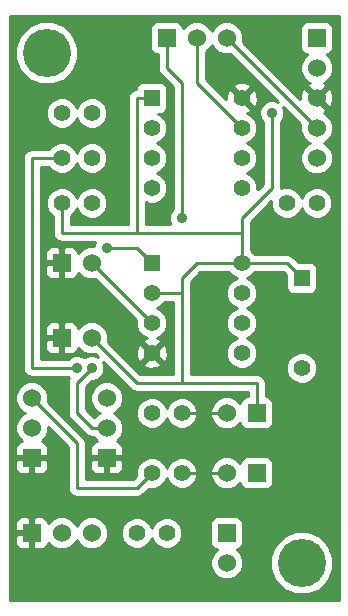
<source format=gbl>
G04 (created by PCBNEW (2013-07-07 BZR 4022)-stable) date 5/14/2015 10:53:47 PM*
%MOIN*%
G04 Gerber Fmt 3.4, Leading zero omitted, Abs format*
%FSLAX34Y34*%
G01*
G70*
G90*
G04 APERTURE LIST*
%ADD10C,0.00590551*%
%ADD11C,0.055*%
%ADD12R,0.06X0.06*%
%ADD13C,0.06*%
%ADD14R,0.055X0.055*%
%ADD15C,0.16*%
%ADD16C,0.035*%
%ADD17C,0.01*%
G04 APERTURE END LIST*
G54D10*
G54D11*
X72000Y-46500D03*
X71000Y-46500D03*
X69000Y-38000D03*
X68000Y-38000D03*
X69000Y-36500D03*
X68000Y-36500D03*
X75500Y-39500D03*
X76500Y-39500D03*
X69000Y-39500D03*
X68000Y-39500D03*
X72000Y-48500D03*
X71000Y-48500D03*
X71500Y-50500D03*
X70500Y-50500D03*
G54D12*
X76500Y-34000D03*
G54D13*
X76500Y-35000D03*
X76500Y-36000D03*
X76500Y-37000D03*
X76500Y-38000D03*
G54D12*
X67000Y-48000D03*
G54D13*
X67000Y-47000D03*
X67000Y-46000D03*
G54D12*
X69500Y-48000D03*
G54D13*
X69500Y-47000D03*
X69500Y-46000D03*
G54D12*
X67000Y-50500D03*
G54D13*
X68000Y-50500D03*
X69000Y-50500D03*
G54D12*
X74500Y-46500D03*
G54D13*
X73500Y-46500D03*
G54D12*
X74500Y-48500D03*
G54D13*
X73500Y-48500D03*
G54D12*
X73500Y-50500D03*
G54D13*
X73500Y-51500D03*
G54D12*
X68000Y-41500D03*
G54D13*
X69000Y-41500D03*
G54D12*
X68000Y-44000D03*
G54D13*
X69000Y-44000D03*
G54D14*
X71000Y-41500D03*
G54D11*
X71000Y-42500D03*
X71000Y-43500D03*
X71000Y-44500D03*
X74000Y-44500D03*
X74000Y-43500D03*
X74000Y-42500D03*
X74000Y-41500D03*
G54D14*
X71000Y-36000D03*
G54D11*
X71000Y-37000D03*
X71000Y-38000D03*
X71000Y-39000D03*
X74000Y-39000D03*
X74000Y-38000D03*
X74000Y-37000D03*
X74000Y-36000D03*
G54D14*
X76000Y-42000D03*
G54D11*
X76000Y-45000D03*
G54D15*
X67500Y-34500D03*
X76000Y-51500D03*
G54D12*
X71500Y-34000D03*
G54D13*
X72500Y-34000D03*
X73500Y-34000D03*
G54D16*
X69500Y-41000D03*
X72000Y-40000D03*
X69000Y-45000D03*
X68500Y-45000D03*
X75000Y-36500D03*
G54D17*
X69500Y-41000D02*
X70500Y-41000D01*
X71500Y-34000D02*
X71500Y-35000D01*
X72000Y-35500D02*
X72000Y-40000D01*
X71500Y-35000D02*
X72000Y-35500D01*
X70500Y-41000D02*
X71000Y-41500D01*
X72500Y-34000D02*
X72500Y-35500D01*
X72500Y-35500D02*
X74000Y-37000D01*
X72000Y-48500D02*
X73500Y-48500D01*
X69000Y-41500D02*
X71000Y-43500D01*
X67000Y-46000D02*
X68500Y-47500D01*
X70500Y-49000D02*
X71000Y-48500D01*
X68500Y-49000D02*
X70500Y-49000D01*
X68500Y-47500D02*
X68500Y-49000D01*
X72000Y-46500D02*
X73500Y-46500D01*
X69000Y-45000D02*
X68500Y-45500D01*
X69000Y-47000D02*
X69500Y-47000D01*
X68500Y-46500D02*
X69000Y-47000D01*
X68500Y-45500D02*
X68500Y-46500D01*
X68000Y-38000D02*
X67000Y-38000D01*
X67000Y-45000D02*
X68500Y-45000D01*
X67000Y-38000D02*
X67000Y-45000D01*
X73500Y-34000D02*
X76500Y-37000D01*
X71000Y-36000D02*
X70500Y-36000D01*
X70500Y-36000D02*
X70500Y-40500D01*
X75000Y-36500D02*
X75000Y-39000D01*
X74000Y-40000D02*
X74000Y-40500D01*
X75000Y-39000D02*
X74000Y-40000D01*
X74000Y-41500D02*
X75500Y-41500D01*
X75500Y-41500D02*
X76000Y-42000D01*
X72000Y-42500D02*
X72000Y-42000D01*
X72500Y-41500D02*
X74000Y-41500D01*
X72000Y-42000D02*
X72500Y-41500D01*
X71000Y-42500D02*
X72000Y-42500D01*
X72000Y-42500D02*
X72000Y-45500D01*
X74500Y-46500D02*
X74500Y-45500D01*
X70500Y-45500D02*
X72000Y-45500D01*
X72000Y-45500D02*
X74500Y-45500D01*
X70500Y-45500D02*
X69000Y-44000D01*
X68000Y-39500D02*
X68000Y-40500D01*
X68000Y-40500D02*
X70500Y-40500D01*
X70500Y-40500D02*
X74000Y-40500D01*
X74000Y-40500D02*
X74000Y-41500D01*
G54D10*
G36*
X75197Y-36121D02*
X75084Y-36075D01*
X74915Y-36074D01*
X74759Y-36139D01*
X74639Y-36258D01*
X74575Y-36415D01*
X74574Y-36584D01*
X74639Y-36740D01*
X74700Y-36801D01*
X74700Y-38875D01*
X74529Y-39045D01*
X74529Y-36075D01*
X74518Y-35867D01*
X74460Y-35727D01*
X74367Y-35702D01*
X74297Y-35773D01*
X74297Y-35632D01*
X74272Y-35539D01*
X74075Y-35470D01*
X73867Y-35481D01*
X73727Y-35539D01*
X73702Y-35632D01*
X74000Y-35929D01*
X74297Y-35632D01*
X74297Y-35773D01*
X74070Y-36000D01*
X74367Y-36297D01*
X74460Y-36272D01*
X74529Y-36075D01*
X74529Y-39045D01*
X74524Y-39050D01*
X74525Y-38896D01*
X74445Y-38703D01*
X74297Y-38555D01*
X74164Y-38499D01*
X74297Y-38445D01*
X74444Y-38297D01*
X74524Y-38104D01*
X74525Y-37896D01*
X74445Y-37703D01*
X74297Y-37555D01*
X74164Y-37499D01*
X74297Y-37445D01*
X74444Y-37297D01*
X74524Y-37104D01*
X74525Y-36896D01*
X74445Y-36703D01*
X74297Y-36555D01*
X74171Y-36502D01*
X74272Y-36460D01*
X74297Y-36367D01*
X74000Y-36070D01*
X73994Y-36076D01*
X73923Y-36005D01*
X73929Y-36000D01*
X73632Y-35702D01*
X73539Y-35727D01*
X73470Y-35924D01*
X73477Y-36052D01*
X72800Y-35375D01*
X72800Y-34471D01*
X72811Y-34466D01*
X72965Y-34311D01*
X72999Y-34230D01*
X73033Y-34311D01*
X73188Y-34465D01*
X73390Y-34549D01*
X73608Y-34550D01*
X73620Y-34545D01*
X75197Y-36121D01*
X75197Y-36121D01*
G37*
G54D17*
X75197Y-36121D02*
X75084Y-36075D01*
X74915Y-36074D01*
X74759Y-36139D01*
X74639Y-36258D01*
X74575Y-36415D01*
X74574Y-36584D01*
X74639Y-36740D01*
X74700Y-36801D01*
X74700Y-38875D01*
X74529Y-39045D01*
X74529Y-36075D01*
X74518Y-35867D01*
X74460Y-35727D01*
X74367Y-35702D01*
X74297Y-35773D01*
X74297Y-35632D01*
X74272Y-35539D01*
X74075Y-35470D01*
X73867Y-35481D01*
X73727Y-35539D01*
X73702Y-35632D01*
X74000Y-35929D01*
X74297Y-35632D01*
X74297Y-35773D01*
X74070Y-36000D01*
X74367Y-36297D01*
X74460Y-36272D01*
X74529Y-36075D01*
X74529Y-39045D01*
X74524Y-39050D01*
X74525Y-38896D01*
X74445Y-38703D01*
X74297Y-38555D01*
X74164Y-38499D01*
X74297Y-38445D01*
X74444Y-38297D01*
X74524Y-38104D01*
X74525Y-37896D01*
X74445Y-37703D01*
X74297Y-37555D01*
X74164Y-37499D01*
X74297Y-37445D01*
X74444Y-37297D01*
X74524Y-37104D01*
X74525Y-36896D01*
X74445Y-36703D01*
X74297Y-36555D01*
X74171Y-36502D01*
X74272Y-36460D01*
X74297Y-36367D01*
X74000Y-36070D01*
X73994Y-36076D01*
X73923Y-36005D01*
X73929Y-36000D01*
X73632Y-35702D01*
X73539Y-35727D01*
X73470Y-35924D01*
X73477Y-36052D01*
X72800Y-35375D01*
X72800Y-34471D01*
X72811Y-34466D01*
X72965Y-34311D01*
X72999Y-34230D01*
X73033Y-34311D01*
X73188Y-34465D01*
X73390Y-34549D01*
X73608Y-34550D01*
X73620Y-34545D01*
X75197Y-36121D01*
G54D10*
G36*
X77230Y-52730D02*
X77054Y-52730D01*
X77054Y-36081D01*
X77050Y-35988D01*
X77050Y-34891D01*
X76966Y-34688D01*
X76827Y-34550D01*
X76849Y-34550D01*
X76941Y-34512D01*
X77011Y-34441D01*
X77049Y-34349D01*
X77050Y-34250D01*
X77050Y-33650D01*
X77012Y-33558D01*
X76941Y-33488D01*
X76849Y-33450D01*
X76750Y-33449D01*
X76150Y-33449D01*
X76058Y-33487D01*
X75988Y-33558D01*
X75950Y-33650D01*
X75949Y-33749D01*
X75949Y-34349D01*
X75987Y-34441D01*
X76058Y-34511D01*
X76150Y-34549D01*
X76172Y-34549D01*
X76034Y-34688D01*
X75950Y-34890D01*
X75949Y-35108D01*
X76033Y-35311D01*
X76188Y-35465D01*
X76263Y-35497D01*
X76212Y-35518D01*
X76184Y-35614D01*
X76500Y-35929D01*
X76815Y-35614D01*
X76787Y-35518D01*
X76732Y-35499D01*
X76811Y-35466D01*
X76965Y-35311D01*
X77049Y-35109D01*
X77050Y-34891D01*
X77050Y-35988D01*
X77043Y-35863D01*
X76981Y-35712D01*
X76885Y-35684D01*
X76570Y-36000D01*
X76885Y-36315D01*
X76981Y-36287D01*
X77054Y-36081D01*
X77054Y-52730D01*
X77050Y-52730D01*
X77050Y-51292D01*
X77050Y-51291D01*
X77050Y-37891D01*
X76966Y-37688D01*
X76811Y-37534D01*
X76730Y-37500D01*
X76811Y-37466D01*
X76965Y-37311D01*
X77049Y-37109D01*
X77050Y-36891D01*
X76966Y-36688D01*
X76811Y-36534D01*
X76736Y-36502D01*
X76787Y-36481D01*
X76815Y-36385D01*
X76500Y-36070D01*
X76494Y-36076D01*
X76423Y-36005D01*
X76429Y-36000D01*
X76114Y-35684D01*
X76018Y-35712D01*
X75945Y-35918D01*
X75950Y-36026D01*
X74045Y-34121D01*
X74049Y-34109D01*
X74050Y-33891D01*
X73966Y-33688D01*
X73811Y-33534D01*
X73609Y-33450D01*
X73391Y-33449D01*
X73188Y-33533D01*
X73034Y-33688D01*
X73000Y-33769D01*
X72966Y-33688D01*
X72811Y-33534D01*
X72609Y-33450D01*
X72391Y-33449D01*
X72188Y-33533D01*
X72050Y-33672D01*
X72050Y-33650D01*
X72012Y-33558D01*
X71941Y-33488D01*
X71849Y-33450D01*
X71750Y-33449D01*
X71150Y-33449D01*
X71058Y-33487D01*
X70988Y-33558D01*
X70950Y-33650D01*
X70949Y-33749D01*
X70949Y-34349D01*
X70987Y-34441D01*
X71058Y-34511D01*
X71150Y-34549D01*
X71200Y-34549D01*
X71200Y-35000D01*
X71222Y-35114D01*
X71287Y-35212D01*
X71700Y-35624D01*
X71700Y-39698D01*
X71639Y-39758D01*
X71575Y-39915D01*
X71574Y-40084D01*
X71622Y-40200D01*
X70800Y-40200D01*
X70800Y-39485D01*
X70895Y-39524D01*
X71103Y-39525D01*
X71297Y-39445D01*
X71444Y-39297D01*
X71524Y-39104D01*
X71525Y-38896D01*
X71445Y-38703D01*
X71297Y-38555D01*
X71164Y-38499D01*
X71297Y-38445D01*
X71444Y-38297D01*
X71524Y-38104D01*
X71525Y-37896D01*
X71445Y-37703D01*
X71297Y-37555D01*
X71164Y-37499D01*
X71297Y-37445D01*
X71444Y-37297D01*
X71524Y-37104D01*
X71525Y-36896D01*
X71445Y-36703D01*
X71297Y-36555D01*
X71225Y-36525D01*
X71324Y-36525D01*
X71416Y-36487D01*
X71486Y-36416D01*
X71524Y-36324D01*
X71525Y-36225D01*
X71525Y-35675D01*
X71487Y-35583D01*
X71416Y-35513D01*
X71324Y-35475D01*
X71225Y-35474D01*
X70675Y-35474D01*
X70583Y-35512D01*
X70513Y-35583D01*
X70475Y-35675D01*
X70475Y-35704D01*
X70385Y-35722D01*
X70287Y-35787D01*
X70222Y-35885D01*
X70200Y-36000D01*
X70200Y-40200D01*
X68300Y-40200D01*
X68300Y-39942D01*
X68444Y-39797D01*
X68500Y-39664D01*
X68554Y-39797D01*
X68702Y-39944D01*
X68895Y-40024D01*
X69103Y-40025D01*
X69297Y-39945D01*
X69444Y-39797D01*
X69524Y-39604D01*
X69525Y-39396D01*
X69445Y-39203D01*
X69297Y-39055D01*
X69104Y-38975D01*
X68896Y-38974D01*
X68703Y-39054D01*
X68555Y-39202D01*
X68499Y-39335D01*
X68445Y-39203D01*
X68297Y-39055D01*
X68104Y-38975D01*
X67896Y-38974D01*
X67703Y-39054D01*
X67555Y-39202D01*
X67475Y-39395D01*
X67474Y-39603D01*
X67554Y-39797D01*
X67700Y-39942D01*
X67700Y-40500D01*
X67722Y-40614D01*
X67787Y-40712D01*
X67885Y-40777D01*
X68000Y-40800D01*
X69122Y-40800D01*
X69075Y-40915D01*
X69075Y-40950D01*
X68891Y-40949D01*
X68688Y-41033D01*
X68549Y-41172D01*
X68549Y-41150D01*
X68511Y-41058D01*
X68441Y-40987D01*
X68349Y-40949D01*
X68112Y-40950D01*
X68050Y-41012D01*
X68050Y-41450D01*
X68057Y-41450D01*
X68057Y-41550D01*
X68050Y-41550D01*
X68050Y-41987D01*
X68112Y-42050D01*
X68349Y-42050D01*
X68441Y-42012D01*
X68511Y-41941D01*
X68549Y-41849D01*
X68549Y-41827D01*
X68688Y-41965D01*
X68890Y-42049D01*
X69108Y-42050D01*
X69120Y-42045D01*
X70475Y-43399D01*
X70474Y-43603D01*
X70554Y-43797D01*
X70702Y-43944D01*
X70828Y-43997D01*
X70727Y-44039D01*
X70702Y-44132D01*
X71000Y-44429D01*
X71297Y-44132D01*
X71272Y-44039D01*
X71162Y-44000D01*
X71297Y-43945D01*
X71444Y-43797D01*
X71524Y-43604D01*
X71525Y-43396D01*
X71445Y-43203D01*
X71297Y-43055D01*
X71164Y-42999D01*
X71297Y-42945D01*
X71442Y-42800D01*
X71700Y-42800D01*
X71700Y-45200D01*
X71529Y-45200D01*
X71529Y-44575D01*
X71518Y-44367D01*
X71460Y-44227D01*
X71367Y-44202D01*
X71070Y-44500D01*
X71367Y-44797D01*
X71460Y-44772D01*
X71529Y-44575D01*
X71529Y-45200D01*
X71297Y-45200D01*
X71297Y-44867D01*
X71000Y-44570D01*
X70929Y-44641D01*
X70929Y-44500D01*
X70632Y-44202D01*
X70539Y-44227D01*
X70470Y-44424D01*
X70481Y-44632D01*
X70539Y-44772D01*
X70632Y-44797D01*
X70929Y-44500D01*
X70929Y-44641D01*
X70702Y-44867D01*
X70727Y-44960D01*
X70924Y-45029D01*
X71132Y-45018D01*
X71272Y-44960D01*
X71297Y-44867D01*
X71297Y-45200D01*
X70624Y-45200D01*
X69545Y-44121D01*
X69549Y-44109D01*
X69550Y-43891D01*
X69466Y-43688D01*
X69311Y-43534D01*
X69109Y-43450D01*
X68891Y-43449D01*
X68688Y-43533D01*
X68549Y-43672D01*
X68549Y-43650D01*
X68511Y-43558D01*
X68441Y-43487D01*
X68349Y-43449D01*
X68112Y-43450D01*
X68050Y-43512D01*
X68050Y-43950D01*
X68057Y-43950D01*
X68057Y-44050D01*
X68050Y-44050D01*
X68050Y-44487D01*
X68112Y-44550D01*
X68349Y-44550D01*
X68441Y-44512D01*
X68511Y-44441D01*
X68549Y-44349D01*
X68549Y-44327D01*
X68688Y-44465D01*
X68890Y-44549D01*
X69108Y-44550D01*
X69120Y-44545D01*
X69197Y-44621D01*
X69084Y-44575D01*
X68915Y-44574D01*
X68759Y-44639D01*
X68750Y-44648D01*
X68741Y-44639D01*
X68584Y-44575D01*
X68415Y-44574D01*
X68259Y-44639D01*
X68198Y-44700D01*
X67950Y-44700D01*
X67950Y-44487D01*
X67950Y-44050D01*
X67950Y-43950D01*
X67950Y-43512D01*
X67950Y-41987D01*
X67950Y-41550D01*
X67950Y-41450D01*
X67950Y-41012D01*
X67887Y-40950D01*
X67650Y-40949D01*
X67558Y-40987D01*
X67488Y-41058D01*
X67450Y-41150D01*
X67449Y-41249D01*
X67450Y-41387D01*
X67512Y-41450D01*
X67950Y-41450D01*
X67950Y-41550D01*
X67512Y-41550D01*
X67450Y-41612D01*
X67449Y-41750D01*
X67450Y-41849D01*
X67488Y-41941D01*
X67558Y-42012D01*
X67650Y-42050D01*
X67887Y-42050D01*
X67950Y-41987D01*
X67950Y-43512D01*
X67887Y-43450D01*
X67650Y-43449D01*
X67558Y-43487D01*
X67488Y-43558D01*
X67450Y-43650D01*
X67449Y-43749D01*
X67450Y-43887D01*
X67512Y-43950D01*
X67950Y-43950D01*
X67950Y-44050D01*
X67512Y-44050D01*
X67450Y-44112D01*
X67449Y-44250D01*
X67450Y-44349D01*
X67488Y-44441D01*
X67558Y-44512D01*
X67650Y-44550D01*
X67887Y-44550D01*
X67950Y-44487D01*
X67950Y-44700D01*
X67300Y-44700D01*
X67300Y-38300D01*
X67557Y-38300D01*
X67702Y-38444D01*
X67895Y-38524D01*
X68103Y-38525D01*
X68297Y-38445D01*
X68444Y-38297D01*
X68500Y-38164D01*
X68554Y-38297D01*
X68702Y-38444D01*
X68895Y-38524D01*
X69103Y-38525D01*
X69297Y-38445D01*
X69444Y-38297D01*
X69524Y-38104D01*
X69525Y-37896D01*
X69525Y-36396D01*
X69445Y-36203D01*
X69297Y-36055D01*
X69104Y-35975D01*
X68896Y-35974D01*
X68703Y-36054D01*
X68555Y-36202D01*
X68550Y-36214D01*
X68550Y-34292D01*
X68390Y-33906D01*
X68095Y-33610D01*
X67709Y-33450D01*
X67292Y-33449D01*
X66906Y-33609D01*
X66610Y-33904D01*
X66450Y-34290D01*
X66449Y-34707D01*
X66609Y-35094D01*
X66904Y-35389D01*
X67290Y-35549D01*
X67707Y-35550D01*
X68094Y-35390D01*
X68389Y-35095D01*
X68549Y-34709D01*
X68550Y-34292D01*
X68550Y-36214D01*
X68499Y-36335D01*
X68445Y-36203D01*
X68297Y-36055D01*
X68104Y-35975D01*
X67896Y-35974D01*
X67703Y-36054D01*
X67555Y-36202D01*
X67475Y-36395D01*
X67474Y-36603D01*
X67554Y-36797D01*
X67702Y-36944D01*
X67895Y-37024D01*
X68103Y-37025D01*
X68297Y-36945D01*
X68444Y-36797D01*
X68500Y-36664D01*
X68554Y-36797D01*
X68702Y-36944D01*
X68895Y-37024D01*
X69103Y-37025D01*
X69297Y-36945D01*
X69444Y-36797D01*
X69524Y-36604D01*
X69525Y-36396D01*
X69525Y-37896D01*
X69445Y-37703D01*
X69297Y-37555D01*
X69104Y-37475D01*
X68896Y-37474D01*
X68703Y-37554D01*
X68555Y-37702D01*
X68499Y-37835D01*
X68445Y-37703D01*
X68297Y-37555D01*
X68104Y-37475D01*
X67896Y-37474D01*
X67703Y-37554D01*
X67557Y-37700D01*
X67000Y-37700D01*
X66885Y-37722D01*
X66787Y-37787D01*
X66722Y-37885D01*
X66700Y-38000D01*
X66700Y-45000D01*
X66722Y-45114D01*
X66787Y-45212D01*
X66885Y-45277D01*
X67000Y-45300D01*
X68198Y-45300D01*
X68247Y-45348D01*
X68222Y-45385D01*
X68200Y-45500D01*
X68200Y-46500D01*
X68222Y-46614D01*
X68287Y-46712D01*
X68787Y-47212D01*
X68787Y-47212D01*
X68885Y-47277D01*
X69000Y-47300D01*
X69028Y-47300D01*
X69033Y-47311D01*
X69172Y-47450D01*
X69150Y-47450D01*
X69058Y-47488D01*
X68987Y-47558D01*
X68949Y-47650D01*
X68950Y-47887D01*
X69012Y-47950D01*
X69450Y-47950D01*
X69450Y-47942D01*
X69550Y-47942D01*
X69550Y-47950D01*
X69987Y-47950D01*
X70050Y-47887D01*
X70050Y-47650D01*
X70012Y-47558D01*
X69941Y-47488D01*
X69849Y-47450D01*
X69827Y-47450D01*
X69965Y-47311D01*
X70049Y-47109D01*
X70050Y-46891D01*
X69966Y-46688D01*
X69811Y-46534D01*
X69730Y-46500D01*
X69811Y-46466D01*
X69965Y-46311D01*
X70049Y-46109D01*
X70050Y-45891D01*
X69966Y-45688D01*
X69811Y-45534D01*
X69609Y-45450D01*
X69391Y-45449D01*
X69188Y-45533D01*
X69034Y-45688D01*
X68950Y-45890D01*
X68949Y-46108D01*
X69033Y-46311D01*
X69188Y-46465D01*
X69269Y-46499D01*
X69188Y-46533D01*
X69073Y-46648D01*
X68800Y-46375D01*
X68800Y-45624D01*
X68999Y-45424D01*
X69084Y-45425D01*
X69240Y-45360D01*
X69360Y-45241D01*
X69424Y-45084D01*
X69425Y-44915D01*
X69378Y-44802D01*
X70287Y-45712D01*
X70287Y-45712D01*
X70385Y-45777D01*
X70500Y-45800D01*
X72000Y-45800D01*
X74200Y-45800D01*
X74200Y-45949D01*
X74150Y-45949D01*
X74058Y-45987D01*
X73988Y-46058D01*
X73950Y-46150D01*
X73950Y-46172D01*
X73811Y-46034D01*
X73609Y-45950D01*
X73391Y-45949D01*
X73188Y-46033D01*
X73034Y-46188D01*
X72950Y-46390D01*
X72949Y-46608D01*
X73033Y-46811D01*
X73188Y-46965D01*
X73390Y-47049D01*
X73608Y-47050D01*
X73811Y-46966D01*
X73949Y-46827D01*
X73949Y-46849D01*
X73987Y-46941D01*
X74058Y-47011D01*
X74150Y-47049D01*
X74249Y-47050D01*
X74849Y-47050D01*
X74941Y-47012D01*
X75011Y-46941D01*
X75049Y-46849D01*
X75050Y-46750D01*
X75050Y-46150D01*
X75012Y-46058D01*
X74941Y-45988D01*
X74849Y-45950D01*
X74800Y-45950D01*
X74800Y-45500D01*
X74777Y-45385D01*
X74712Y-45287D01*
X74614Y-45222D01*
X74500Y-45200D01*
X72300Y-45200D01*
X72300Y-42500D01*
X72300Y-42124D01*
X72624Y-41800D01*
X73557Y-41800D01*
X73702Y-41944D01*
X73835Y-42000D01*
X73703Y-42054D01*
X73555Y-42202D01*
X73475Y-42395D01*
X73474Y-42603D01*
X73554Y-42797D01*
X73702Y-42944D01*
X73835Y-43000D01*
X73703Y-43054D01*
X73555Y-43202D01*
X73475Y-43395D01*
X73474Y-43603D01*
X73554Y-43797D01*
X73702Y-43944D01*
X73835Y-44000D01*
X73703Y-44054D01*
X73555Y-44202D01*
X73475Y-44395D01*
X73474Y-44603D01*
X73554Y-44797D01*
X73702Y-44944D01*
X73895Y-45024D01*
X74103Y-45025D01*
X74297Y-44945D01*
X74444Y-44797D01*
X74524Y-44604D01*
X74525Y-44396D01*
X74445Y-44203D01*
X74297Y-44055D01*
X74164Y-43999D01*
X74297Y-43945D01*
X74444Y-43797D01*
X74524Y-43604D01*
X74525Y-43396D01*
X74445Y-43203D01*
X74297Y-43055D01*
X74164Y-42999D01*
X74297Y-42945D01*
X74444Y-42797D01*
X74524Y-42604D01*
X74525Y-42396D01*
X74445Y-42203D01*
X74297Y-42055D01*
X74164Y-41999D01*
X74297Y-41945D01*
X74442Y-41800D01*
X75375Y-41800D01*
X75474Y-41899D01*
X75474Y-42324D01*
X75512Y-42416D01*
X75583Y-42486D01*
X75675Y-42524D01*
X75774Y-42525D01*
X76324Y-42525D01*
X76416Y-42487D01*
X76486Y-42416D01*
X76524Y-42324D01*
X76525Y-42225D01*
X76525Y-41675D01*
X76487Y-41583D01*
X76416Y-41513D01*
X76324Y-41475D01*
X76225Y-41474D01*
X75899Y-41474D01*
X75712Y-41287D01*
X75614Y-41222D01*
X75500Y-41200D01*
X74442Y-41200D01*
X74300Y-41057D01*
X74300Y-40500D01*
X74300Y-40124D01*
X74975Y-39449D01*
X74974Y-39603D01*
X75054Y-39797D01*
X75202Y-39944D01*
X75395Y-40024D01*
X75603Y-40025D01*
X75797Y-39945D01*
X75944Y-39797D01*
X76000Y-39664D01*
X76054Y-39797D01*
X76202Y-39944D01*
X76395Y-40024D01*
X76603Y-40025D01*
X76797Y-39945D01*
X76944Y-39797D01*
X77024Y-39604D01*
X77025Y-39396D01*
X76945Y-39203D01*
X76797Y-39055D01*
X76604Y-38975D01*
X76396Y-38974D01*
X76203Y-39054D01*
X76055Y-39202D01*
X75999Y-39335D01*
X75945Y-39203D01*
X75797Y-39055D01*
X75604Y-38975D01*
X75396Y-38974D01*
X75296Y-39015D01*
X75299Y-39000D01*
X75300Y-39000D01*
X75300Y-36801D01*
X75360Y-36741D01*
X75424Y-36584D01*
X75425Y-36415D01*
X75378Y-36302D01*
X75954Y-36878D01*
X75950Y-36890D01*
X75949Y-37108D01*
X76033Y-37311D01*
X76188Y-37465D01*
X76269Y-37499D01*
X76188Y-37533D01*
X76034Y-37688D01*
X75950Y-37890D01*
X75949Y-38108D01*
X76033Y-38311D01*
X76188Y-38465D01*
X76390Y-38549D01*
X76608Y-38550D01*
X76811Y-38466D01*
X76965Y-38311D01*
X77049Y-38109D01*
X77050Y-37891D01*
X77050Y-51291D01*
X76890Y-50906D01*
X76595Y-50610D01*
X76525Y-50581D01*
X76525Y-44896D01*
X76445Y-44703D01*
X76297Y-44555D01*
X76104Y-44475D01*
X75896Y-44474D01*
X75703Y-44554D01*
X75555Y-44702D01*
X75475Y-44895D01*
X75474Y-45103D01*
X75554Y-45297D01*
X75702Y-45444D01*
X75895Y-45524D01*
X76103Y-45525D01*
X76297Y-45445D01*
X76444Y-45297D01*
X76524Y-45104D01*
X76525Y-44896D01*
X76525Y-50581D01*
X76209Y-50450D01*
X75792Y-50449D01*
X75406Y-50609D01*
X75110Y-50904D01*
X75050Y-51049D01*
X75050Y-48750D01*
X75050Y-48150D01*
X75012Y-48058D01*
X74941Y-47988D01*
X74849Y-47950D01*
X74750Y-47949D01*
X74150Y-47949D01*
X74058Y-47987D01*
X73988Y-48058D01*
X73950Y-48150D01*
X73950Y-48172D01*
X73811Y-48034D01*
X73609Y-47950D01*
X73391Y-47949D01*
X73188Y-48033D01*
X73034Y-48188D01*
X72950Y-48390D01*
X72949Y-48608D01*
X73033Y-48811D01*
X73188Y-48965D01*
X73390Y-49049D01*
X73608Y-49050D01*
X73811Y-48966D01*
X73949Y-48827D01*
X73949Y-48849D01*
X73987Y-48941D01*
X74058Y-49011D01*
X74150Y-49049D01*
X74249Y-49050D01*
X74849Y-49050D01*
X74941Y-49012D01*
X75011Y-48941D01*
X75049Y-48849D01*
X75050Y-48750D01*
X75050Y-51049D01*
X74950Y-51290D01*
X74949Y-51707D01*
X75109Y-52094D01*
X75404Y-52389D01*
X75790Y-52549D01*
X76207Y-52550D01*
X76594Y-52390D01*
X76889Y-52095D01*
X77049Y-51709D01*
X77050Y-51292D01*
X77050Y-52730D01*
X74050Y-52730D01*
X74050Y-51391D01*
X73966Y-51188D01*
X73827Y-51050D01*
X73849Y-51050D01*
X73941Y-51012D01*
X74011Y-50941D01*
X74049Y-50849D01*
X74050Y-50750D01*
X74050Y-50150D01*
X74012Y-50058D01*
X73941Y-49988D01*
X73849Y-49950D01*
X73750Y-49949D01*
X73150Y-49949D01*
X73058Y-49987D01*
X72988Y-50058D01*
X72950Y-50150D01*
X72949Y-50249D01*
X72949Y-50849D01*
X72987Y-50941D01*
X73058Y-51011D01*
X73150Y-51049D01*
X73172Y-51049D01*
X73034Y-51188D01*
X72950Y-51390D01*
X72949Y-51608D01*
X73033Y-51811D01*
X73188Y-51965D01*
X73390Y-52049D01*
X73608Y-52050D01*
X73811Y-51966D01*
X73965Y-51811D01*
X74049Y-51609D01*
X74050Y-51391D01*
X74050Y-52730D01*
X72525Y-52730D01*
X72525Y-48396D01*
X72525Y-46396D01*
X72445Y-46203D01*
X72297Y-46055D01*
X72104Y-45975D01*
X71896Y-45974D01*
X71703Y-46054D01*
X71555Y-46202D01*
X71499Y-46335D01*
X71445Y-46203D01*
X71297Y-46055D01*
X71104Y-45975D01*
X70896Y-45974D01*
X70703Y-46054D01*
X70555Y-46202D01*
X70475Y-46395D01*
X70474Y-46603D01*
X70554Y-46797D01*
X70702Y-46944D01*
X70895Y-47024D01*
X71103Y-47025D01*
X71297Y-46945D01*
X71444Y-46797D01*
X71500Y-46664D01*
X71554Y-46797D01*
X71702Y-46944D01*
X71895Y-47024D01*
X72103Y-47025D01*
X72297Y-46945D01*
X72444Y-46797D01*
X72524Y-46604D01*
X72525Y-46396D01*
X72525Y-48396D01*
X72445Y-48203D01*
X72297Y-48055D01*
X72104Y-47975D01*
X71896Y-47974D01*
X71703Y-48054D01*
X71555Y-48202D01*
X71499Y-48335D01*
X71445Y-48203D01*
X71297Y-48055D01*
X71104Y-47975D01*
X70896Y-47974D01*
X70703Y-48054D01*
X70555Y-48202D01*
X70475Y-48395D01*
X70474Y-48600D01*
X70375Y-48700D01*
X70050Y-48700D01*
X70050Y-48349D01*
X70050Y-48112D01*
X69987Y-48050D01*
X69550Y-48050D01*
X69550Y-48487D01*
X69612Y-48550D01*
X69750Y-48550D01*
X69849Y-48549D01*
X69941Y-48511D01*
X70012Y-48441D01*
X70050Y-48349D01*
X70050Y-48700D01*
X69450Y-48700D01*
X69450Y-48487D01*
X69450Y-48050D01*
X69012Y-48050D01*
X68950Y-48112D01*
X68949Y-48349D01*
X68987Y-48441D01*
X69058Y-48511D01*
X69150Y-48549D01*
X69249Y-48550D01*
X69387Y-48550D01*
X69450Y-48487D01*
X69450Y-48700D01*
X68800Y-48700D01*
X68800Y-47500D01*
X68777Y-47385D01*
X68712Y-47287D01*
X68712Y-47287D01*
X67545Y-46121D01*
X67549Y-46109D01*
X67550Y-45891D01*
X67466Y-45688D01*
X67311Y-45534D01*
X67109Y-45450D01*
X66891Y-45449D01*
X66688Y-45533D01*
X66534Y-45688D01*
X66450Y-45890D01*
X66449Y-46108D01*
X66533Y-46311D01*
X66688Y-46465D01*
X66769Y-46499D01*
X66688Y-46533D01*
X66534Y-46688D01*
X66450Y-46890D01*
X66449Y-47108D01*
X66533Y-47311D01*
X66672Y-47450D01*
X66650Y-47450D01*
X66558Y-47488D01*
X66487Y-47558D01*
X66449Y-47650D01*
X66450Y-47887D01*
X66512Y-47950D01*
X66950Y-47950D01*
X66950Y-47942D01*
X67050Y-47942D01*
X67050Y-47950D01*
X67487Y-47950D01*
X67550Y-47887D01*
X67550Y-47650D01*
X67512Y-47558D01*
X67441Y-47488D01*
X67349Y-47450D01*
X67327Y-47450D01*
X67465Y-47311D01*
X67549Y-47109D01*
X67550Y-46974D01*
X68200Y-47624D01*
X68200Y-49000D01*
X68222Y-49114D01*
X68287Y-49212D01*
X68385Y-49277D01*
X68500Y-49300D01*
X70500Y-49300D01*
X70500Y-49299D01*
X70614Y-49277D01*
X70614Y-49277D01*
X70712Y-49212D01*
X70899Y-49024D01*
X71103Y-49025D01*
X71297Y-48945D01*
X71444Y-48797D01*
X71500Y-48664D01*
X71554Y-48797D01*
X71702Y-48944D01*
X71895Y-49024D01*
X72103Y-49025D01*
X72297Y-48945D01*
X72444Y-48797D01*
X72524Y-48604D01*
X72525Y-48396D01*
X72525Y-52730D01*
X72025Y-52730D01*
X72025Y-50396D01*
X71945Y-50203D01*
X71797Y-50055D01*
X71604Y-49975D01*
X71396Y-49974D01*
X71203Y-50054D01*
X71055Y-50202D01*
X70999Y-50335D01*
X70945Y-50203D01*
X70797Y-50055D01*
X70604Y-49975D01*
X70396Y-49974D01*
X70203Y-50054D01*
X70055Y-50202D01*
X69975Y-50395D01*
X69974Y-50603D01*
X70054Y-50797D01*
X70202Y-50944D01*
X70395Y-51024D01*
X70603Y-51025D01*
X70797Y-50945D01*
X70944Y-50797D01*
X71000Y-50664D01*
X71054Y-50797D01*
X71202Y-50944D01*
X71395Y-51024D01*
X71603Y-51025D01*
X71797Y-50945D01*
X71944Y-50797D01*
X72024Y-50604D01*
X72025Y-50396D01*
X72025Y-52730D01*
X69550Y-52730D01*
X69550Y-50391D01*
X69466Y-50188D01*
X69311Y-50034D01*
X69109Y-49950D01*
X68891Y-49949D01*
X68688Y-50033D01*
X68534Y-50188D01*
X68500Y-50269D01*
X68466Y-50188D01*
X68311Y-50034D01*
X68109Y-49950D01*
X67891Y-49949D01*
X67688Y-50033D01*
X67550Y-50172D01*
X67550Y-48349D01*
X67550Y-48112D01*
X67487Y-48050D01*
X67050Y-48050D01*
X67050Y-48487D01*
X67112Y-48550D01*
X67250Y-48550D01*
X67349Y-48549D01*
X67441Y-48511D01*
X67512Y-48441D01*
X67550Y-48349D01*
X67550Y-50172D01*
X67549Y-50172D01*
X67549Y-50150D01*
X67511Y-50058D01*
X67441Y-49987D01*
X67349Y-49949D01*
X67112Y-49950D01*
X67050Y-50012D01*
X67050Y-50450D01*
X67057Y-50450D01*
X67057Y-50550D01*
X67050Y-50550D01*
X67050Y-50987D01*
X67112Y-51050D01*
X67349Y-51050D01*
X67441Y-51012D01*
X67511Y-50941D01*
X67549Y-50849D01*
X67549Y-50827D01*
X67688Y-50965D01*
X67890Y-51049D01*
X68108Y-51050D01*
X68311Y-50966D01*
X68465Y-50811D01*
X68499Y-50730D01*
X68533Y-50811D01*
X68688Y-50965D01*
X68890Y-51049D01*
X69108Y-51050D01*
X69311Y-50966D01*
X69465Y-50811D01*
X69549Y-50609D01*
X69550Y-50391D01*
X69550Y-52730D01*
X66950Y-52730D01*
X66950Y-50987D01*
X66950Y-50550D01*
X66950Y-50450D01*
X66950Y-50012D01*
X66950Y-48487D01*
X66950Y-48050D01*
X66512Y-48050D01*
X66450Y-48112D01*
X66449Y-48349D01*
X66487Y-48441D01*
X66558Y-48511D01*
X66650Y-48549D01*
X66749Y-48550D01*
X66887Y-48550D01*
X66950Y-48487D01*
X66950Y-50012D01*
X66887Y-49950D01*
X66650Y-49949D01*
X66558Y-49987D01*
X66488Y-50058D01*
X66450Y-50150D01*
X66449Y-50249D01*
X66450Y-50387D01*
X66512Y-50450D01*
X66950Y-50450D01*
X66950Y-50550D01*
X66512Y-50550D01*
X66450Y-50612D01*
X66449Y-50750D01*
X66450Y-50849D01*
X66488Y-50941D01*
X66558Y-51012D01*
X66650Y-51050D01*
X66887Y-51050D01*
X66950Y-50987D01*
X66950Y-52730D01*
X66269Y-52730D01*
X66269Y-52500D01*
X66269Y-33269D01*
X77230Y-33269D01*
X77230Y-52500D01*
X77230Y-52730D01*
X77230Y-52730D01*
G37*
G54D17*
X77230Y-52730D02*
X77054Y-52730D01*
X77054Y-36081D01*
X77050Y-35988D01*
X77050Y-34891D01*
X76966Y-34688D01*
X76827Y-34550D01*
X76849Y-34550D01*
X76941Y-34512D01*
X77011Y-34441D01*
X77049Y-34349D01*
X77050Y-34250D01*
X77050Y-33650D01*
X77012Y-33558D01*
X76941Y-33488D01*
X76849Y-33450D01*
X76750Y-33449D01*
X76150Y-33449D01*
X76058Y-33487D01*
X75988Y-33558D01*
X75950Y-33650D01*
X75949Y-33749D01*
X75949Y-34349D01*
X75987Y-34441D01*
X76058Y-34511D01*
X76150Y-34549D01*
X76172Y-34549D01*
X76034Y-34688D01*
X75950Y-34890D01*
X75949Y-35108D01*
X76033Y-35311D01*
X76188Y-35465D01*
X76263Y-35497D01*
X76212Y-35518D01*
X76184Y-35614D01*
X76500Y-35929D01*
X76815Y-35614D01*
X76787Y-35518D01*
X76732Y-35499D01*
X76811Y-35466D01*
X76965Y-35311D01*
X77049Y-35109D01*
X77050Y-34891D01*
X77050Y-35988D01*
X77043Y-35863D01*
X76981Y-35712D01*
X76885Y-35684D01*
X76570Y-36000D01*
X76885Y-36315D01*
X76981Y-36287D01*
X77054Y-36081D01*
X77054Y-52730D01*
X77050Y-52730D01*
X77050Y-51292D01*
X77050Y-51291D01*
X77050Y-37891D01*
X76966Y-37688D01*
X76811Y-37534D01*
X76730Y-37500D01*
X76811Y-37466D01*
X76965Y-37311D01*
X77049Y-37109D01*
X77050Y-36891D01*
X76966Y-36688D01*
X76811Y-36534D01*
X76736Y-36502D01*
X76787Y-36481D01*
X76815Y-36385D01*
X76500Y-36070D01*
X76494Y-36076D01*
X76423Y-36005D01*
X76429Y-36000D01*
X76114Y-35684D01*
X76018Y-35712D01*
X75945Y-35918D01*
X75950Y-36026D01*
X74045Y-34121D01*
X74049Y-34109D01*
X74050Y-33891D01*
X73966Y-33688D01*
X73811Y-33534D01*
X73609Y-33450D01*
X73391Y-33449D01*
X73188Y-33533D01*
X73034Y-33688D01*
X73000Y-33769D01*
X72966Y-33688D01*
X72811Y-33534D01*
X72609Y-33450D01*
X72391Y-33449D01*
X72188Y-33533D01*
X72050Y-33672D01*
X72050Y-33650D01*
X72012Y-33558D01*
X71941Y-33488D01*
X71849Y-33450D01*
X71750Y-33449D01*
X71150Y-33449D01*
X71058Y-33487D01*
X70988Y-33558D01*
X70950Y-33650D01*
X70949Y-33749D01*
X70949Y-34349D01*
X70987Y-34441D01*
X71058Y-34511D01*
X71150Y-34549D01*
X71200Y-34549D01*
X71200Y-35000D01*
X71222Y-35114D01*
X71287Y-35212D01*
X71700Y-35624D01*
X71700Y-39698D01*
X71639Y-39758D01*
X71575Y-39915D01*
X71574Y-40084D01*
X71622Y-40200D01*
X70800Y-40200D01*
X70800Y-39485D01*
X70895Y-39524D01*
X71103Y-39525D01*
X71297Y-39445D01*
X71444Y-39297D01*
X71524Y-39104D01*
X71525Y-38896D01*
X71445Y-38703D01*
X71297Y-38555D01*
X71164Y-38499D01*
X71297Y-38445D01*
X71444Y-38297D01*
X71524Y-38104D01*
X71525Y-37896D01*
X71445Y-37703D01*
X71297Y-37555D01*
X71164Y-37499D01*
X71297Y-37445D01*
X71444Y-37297D01*
X71524Y-37104D01*
X71525Y-36896D01*
X71445Y-36703D01*
X71297Y-36555D01*
X71225Y-36525D01*
X71324Y-36525D01*
X71416Y-36487D01*
X71486Y-36416D01*
X71524Y-36324D01*
X71525Y-36225D01*
X71525Y-35675D01*
X71487Y-35583D01*
X71416Y-35513D01*
X71324Y-35475D01*
X71225Y-35474D01*
X70675Y-35474D01*
X70583Y-35512D01*
X70513Y-35583D01*
X70475Y-35675D01*
X70475Y-35704D01*
X70385Y-35722D01*
X70287Y-35787D01*
X70222Y-35885D01*
X70200Y-36000D01*
X70200Y-40200D01*
X68300Y-40200D01*
X68300Y-39942D01*
X68444Y-39797D01*
X68500Y-39664D01*
X68554Y-39797D01*
X68702Y-39944D01*
X68895Y-40024D01*
X69103Y-40025D01*
X69297Y-39945D01*
X69444Y-39797D01*
X69524Y-39604D01*
X69525Y-39396D01*
X69445Y-39203D01*
X69297Y-39055D01*
X69104Y-38975D01*
X68896Y-38974D01*
X68703Y-39054D01*
X68555Y-39202D01*
X68499Y-39335D01*
X68445Y-39203D01*
X68297Y-39055D01*
X68104Y-38975D01*
X67896Y-38974D01*
X67703Y-39054D01*
X67555Y-39202D01*
X67475Y-39395D01*
X67474Y-39603D01*
X67554Y-39797D01*
X67700Y-39942D01*
X67700Y-40500D01*
X67722Y-40614D01*
X67787Y-40712D01*
X67885Y-40777D01*
X68000Y-40800D01*
X69122Y-40800D01*
X69075Y-40915D01*
X69075Y-40950D01*
X68891Y-40949D01*
X68688Y-41033D01*
X68549Y-41172D01*
X68549Y-41150D01*
X68511Y-41058D01*
X68441Y-40987D01*
X68349Y-40949D01*
X68112Y-40950D01*
X68050Y-41012D01*
X68050Y-41450D01*
X68057Y-41450D01*
X68057Y-41550D01*
X68050Y-41550D01*
X68050Y-41987D01*
X68112Y-42050D01*
X68349Y-42050D01*
X68441Y-42012D01*
X68511Y-41941D01*
X68549Y-41849D01*
X68549Y-41827D01*
X68688Y-41965D01*
X68890Y-42049D01*
X69108Y-42050D01*
X69120Y-42045D01*
X70475Y-43399D01*
X70474Y-43603D01*
X70554Y-43797D01*
X70702Y-43944D01*
X70828Y-43997D01*
X70727Y-44039D01*
X70702Y-44132D01*
X71000Y-44429D01*
X71297Y-44132D01*
X71272Y-44039D01*
X71162Y-44000D01*
X71297Y-43945D01*
X71444Y-43797D01*
X71524Y-43604D01*
X71525Y-43396D01*
X71445Y-43203D01*
X71297Y-43055D01*
X71164Y-42999D01*
X71297Y-42945D01*
X71442Y-42800D01*
X71700Y-42800D01*
X71700Y-45200D01*
X71529Y-45200D01*
X71529Y-44575D01*
X71518Y-44367D01*
X71460Y-44227D01*
X71367Y-44202D01*
X71070Y-44500D01*
X71367Y-44797D01*
X71460Y-44772D01*
X71529Y-44575D01*
X71529Y-45200D01*
X71297Y-45200D01*
X71297Y-44867D01*
X71000Y-44570D01*
X70929Y-44641D01*
X70929Y-44500D01*
X70632Y-44202D01*
X70539Y-44227D01*
X70470Y-44424D01*
X70481Y-44632D01*
X70539Y-44772D01*
X70632Y-44797D01*
X70929Y-44500D01*
X70929Y-44641D01*
X70702Y-44867D01*
X70727Y-44960D01*
X70924Y-45029D01*
X71132Y-45018D01*
X71272Y-44960D01*
X71297Y-44867D01*
X71297Y-45200D01*
X70624Y-45200D01*
X69545Y-44121D01*
X69549Y-44109D01*
X69550Y-43891D01*
X69466Y-43688D01*
X69311Y-43534D01*
X69109Y-43450D01*
X68891Y-43449D01*
X68688Y-43533D01*
X68549Y-43672D01*
X68549Y-43650D01*
X68511Y-43558D01*
X68441Y-43487D01*
X68349Y-43449D01*
X68112Y-43450D01*
X68050Y-43512D01*
X68050Y-43950D01*
X68057Y-43950D01*
X68057Y-44050D01*
X68050Y-44050D01*
X68050Y-44487D01*
X68112Y-44550D01*
X68349Y-44550D01*
X68441Y-44512D01*
X68511Y-44441D01*
X68549Y-44349D01*
X68549Y-44327D01*
X68688Y-44465D01*
X68890Y-44549D01*
X69108Y-44550D01*
X69120Y-44545D01*
X69197Y-44621D01*
X69084Y-44575D01*
X68915Y-44574D01*
X68759Y-44639D01*
X68750Y-44648D01*
X68741Y-44639D01*
X68584Y-44575D01*
X68415Y-44574D01*
X68259Y-44639D01*
X68198Y-44700D01*
X67950Y-44700D01*
X67950Y-44487D01*
X67950Y-44050D01*
X67950Y-43950D01*
X67950Y-43512D01*
X67950Y-41987D01*
X67950Y-41550D01*
X67950Y-41450D01*
X67950Y-41012D01*
X67887Y-40950D01*
X67650Y-40949D01*
X67558Y-40987D01*
X67488Y-41058D01*
X67450Y-41150D01*
X67449Y-41249D01*
X67450Y-41387D01*
X67512Y-41450D01*
X67950Y-41450D01*
X67950Y-41550D01*
X67512Y-41550D01*
X67450Y-41612D01*
X67449Y-41750D01*
X67450Y-41849D01*
X67488Y-41941D01*
X67558Y-42012D01*
X67650Y-42050D01*
X67887Y-42050D01*
X67950Y-41987D01*
X67950Y-43512D01*
X67887Y-43450D01*
X67650Y-43449D01*
X67558Y-43487D01*
X67488Y-43558D01*
X67450Y-43650D01*
X67449Y-43749D01*
X67450Y-43887D01*
X67512Y-43950D01*
X67950Y-43950D01*
X67950Y-44050D01*
X67512Y-44050D01*
X67450Y-44112D01*
X67449Y-44250D01*
X67450Y-44349D01*
X67488Y-44441D01*
X67558Y-44512D01*
X67650Y-44550D01*
X67887Y-44550D01*
X67950Y-44487D01*
X67950Y-44700D01*
X67300Y-44700D01*
X67300Y-38300D01*
X67557Y-38300D01*
X67702Y-38444D01*
X67895Y-38524D01*
X68103Y-38525D01*
X68297Y-38445D01*
X68444Y-38297D01*
X68500Y-38164D01*
X68554Y-38297D01*
X68702Y-38444D01*
X68895Y-38524D01*
X69103Y-38525D01*
X69297Y-38445D01*
X69444Y-38297D01*
X69524Y-38104D01*
X69525Y-37896D01*
X69525Y-36396D01*
X69445Y-36203D01*
X69297Y-36055D01*
X69104Y-35975D01*
X68896Y-35974D01*
X68703Y-36054D01*
X68555Y-36202D01*
X68550Y-36214D01*
X68550Y-34292D01*
X68390Y-33906D01*
X68095Y-33610D01*
X67709Y-33450D01*
X67292Y-33449D01*
X66906Y-33609D01*
X66610Y-33904D01*
X66450Y-34290D01*
X66449Y-34707D01*
X66609Y-35094D01*
X66904Y-35389D01*
X67290Y-35549D01*
X67707Y-35550D01*
X68094Y-35390D01*
X68389Y-35095D01*
X68549Y-34709D01*
X68550Y-34292D01*
X68550Y-36214D01*
X68499Y-36335D01*
X68445Y-36203D01*
X68297Y-36055D01*
X68104Y-35975D01*
X67896Y-35974D01*
X67703Y-36054D01*
X67555Y-36202D01*
X67475Y-36395D01*
X67474Y-36603D01*
X67554Y-36797D01*
X67702Y-36944D01*
X67895Y-37024D01*
X68103Y-37025D01*
X68297Y-36945D01*
X68444Y-36797D01*
X68500Y-36664D01*
X68554Y-36797D01*
X68702Y-36944D01*
X68895Y-37024D01*
X69103Y-37025D01*
X69297Y-36945D01*
X69444Y-36797D01*
X69524Y-36604D01*
X69525Y-36396D01*
X69525Y-37896D01*
X69445Y-37703D01*
X69297Y-37555D01*
X69104Y-37475D01*
X68896Y-37474D01*
X68703Y-37554D01*
X68555Y-37702D01*
X68499Y-37835D01*
X68445Y-37703D01*
X68297Y-37555D01*
X68104Y-37475D01*
X67896Y-37474D01*
X67703Y-37554D01*
X67557Y-37700D01*
X67000Y-37700D01*
X66885Y-37722D01*
X66787Y-37787D01*
X66722Y-37885D01*
X66700Y-38000D01*
X66700Y-45000D01*
X66722Y-45114D01*
X66787Y-45212D01*
X66885Y-45277D01*
X67000Y-45300D01*
X68198Y-45300D01*
X68247Y-45348D01*
X68222Y-45385D01*
X68200Y-45500D01*
X68200Y-46500D01*
X68222Y-46614D01*
X68287Y-46712D01*
X68787Y-47212D01*
X68787Y-47212D01*
X68885Y-47277D01*
X69000Y-47300D01*
X69028Y-47300D01*
X69033Y-47311D01*
X69172Y-47450D01*
X69150Y-47450D01*
X69058Y-47488D01*
X68987Y-47558D01*
X68949Y-47650D01*
X68950Y-47887D01*
X69012Y-47950D01*
X69450Y-47950D01*
X69450Y-47942D01*
X69550Y-47942D01*
X69550Y-47950D01*
X69987Y-47950D01*
X70050Y-47887D01*
X70050Y-47650D01*
X70012Y-47558D01*
X69941Y-47488D01*
X69849Y-47450D01*
X69827Y-47450D01*
X69965Y-47311D01*
X70049Y-47109D01*
X70050Y-46891D01*
X69966Y-46688D01*
X69811Y-46534D01*
X69730Y-46500D01*
X69811Y-46466D01*
X69965Y-46311D01*
X70049Y-46109D01*
X70050Y-45891D01*
X69966Y-45688D01*
X69811Y-45534D01*
X69609Y-45450D01*
X69391Y-45449D01*
X69188Y-45533D01*
X69034Y-45688D01*
X68950Y-45890D01*
X68949Y-46108D01*
X69033Y-46311D01*
X69188Y-46465D01*
X69269Y-46499D01*
X69188Y-46533D01*
X69073Y-46648D01*
X68800Y-46375D01*
X68800Y-45624D01*
X68999Y-45424D01*
X69084Y-45425D01*
X69240Y-45360D01*
X69360Y-45241D01*
X69424Y-45084D01*
X69425Y-44915D01*
X69378Y-44802D01*
X70287Y-45712D01*
X70287Y-45712D01*
X70385Y-45777D01*
X70500Y-45800D01*
X72000Y-45800D01*
X74200Y-45800D01*
X74200Y-45949D01*
X74150Y-45949D01*
X74058Y-45987D01*
X73988Y-46058D01*
X73950Y-46150D01*
X73950Y-46172D01*
X73811Y-46034D01*
X73609Y-45950D01*
X73391Y-45949D01*
X73188Y-46033D01*
X73034Y-46188D01*
X72950Y-46390D01*
X72949Y-46608D01*
X73033Y-46811D01*
X73188Y-46965D01*
X73390Y-47049D01*
X73608Y-47050D01*
X73811Y-46966D01*
X73949Y-46827D01*
X73949Y-46849D01*
X73987Y-46941D01*
X74058Y-47011D01*
X74150Y-47049D01*
X74249Y-47050D01*
X74849Y-47050D01*
X74941Y-47012D01*
X75011Y-46941D01*
X75049Y-46849D01*
X75050Y-46750D01*
X75050Y-46150D01*
X75012Y-46058D01*
X74941Y-45988D01*
X74849Y-45950D01*
X74800Y-45950D01*
X74800Y-45500D01*
X74777Y-45385D01*
X74712Y-45287D01*
X74614Y-45222D01*
X74500Y-45200D01*
X72300Y-45200D01*
X72300Y-42500D01*
X72300Y-42124D01*
X72624Y-41800D01*
X73557Y-41800D01*
X73702Y-41944D01*
X73835Y-42000D01*
X73703Y-42054D01*
X73555Y-42202D01*
X73475Y-42395D01*
X73474Y-42603D01*
X73554Y-42797D01*
X73702Y-42944D01*
X73835Y-43000D01*
X73703Y-43054D01*
X73555Y-43202D01*
X73475Y-43395D01*
X73474Y-43603D01*
X73554Y-43797D01*
X73702Y-43944D01*
X73835Y-44000D01*
X73703Y-44054D01*
X73555Y-44202D01*
X73475Y-44395D01*
X73474Y-44603D01*
X73554Y-44797D01*
X73702Y-44944D01*
X73895Y-45024D01*
X74103Y-45025D01*
X74297Y-44945D01*
X74444Y-44797D01*
X74524Y-44604D01*
X74525Y-44396D01*
X74445Y-44203D01*
X74297Y-44055D01*
X74164Y-43999D01*
X74297Y-43945D01*
X74444Y-43797D01*
X74524Y-43604D01*
X74525Y-43396D01*
X74445Y-43203D01*
X74297Y-43055D01*
X74164Y-42999D01*
X74297Y-42945D01*
X74444Y-42797D01*
X74524Y-42604D01*
X74525Y-42396D01*
X74445Y-42203D01*
X74297Y-42055D01*
X74164Y-41999D01*
X74297Y-41945D01*
X74442Y-41800D01*
X75375Y-41800D01*
X75474Y-41899D01*
X75474Y-42324D01*
X75512Y-42416D01*
X75583Y-42486D01*
X75675Y-42524D01*
X75774Y-42525D01*
X76324Y-42525D01*
X76416Y-42487D01*
X76486Y-42416D01*
X76524Y-42324D01*
X76525Y-42225D01*
X76525Y-41675D01*
X76487Y-41583D01*
X76416Y-41513D01*
X76324Y-41475D01*
X76225Y-41474D01*
X75899Y-41474D01*
X75712Y-41287D01*
X75614Y-41222D01*
X75500Y-41200D01*
X74442Y-41200D01*
X74300Y-41057D01*
X74300Y-40500D01*
X74300Y-40124D01*
X74975Y-39449D01*
X74974Y-39603D01*
X75054Y-39797D01*
X75202Y-39944D01*
X75395Y-40024D01*
X75603Y-40025D01*
X75797Y-39945D01*
X75944Y-39797D01*
X76000Y-39664D01*
X76054Y-39797D01*
X76202Y-39944D01*
X76395Y-40024D01*
X76603Y-40025D01*
X76797Y-39945D01*
X76944Y-39797D01*
X77024Y-39604D01*
X77025Y-39396D01*
X76945Y-39203D01*
X76797Y-39055D01*
X76604Y-38975D01*
X76396Y-38974D01*
X76203Y-39054D01*
X76055Y-39202D01*
X75999Y-39335D01*
X75945Y-39203D01*
X75797Y-39055D01*
X75604Y-38975D01*
X75396Y-38974D01*
X75296Y-39015D01*
X75299Y-39000D01*
X75300Y-39000D01*
X75300Y-36801D01*
X75360Y-36741D01*
X75424Y-36584D01*
X75425Y-36415D01*
X75378Y-36302D01*
X75954Y-36878D01*
X75950Y-36890D01*
X75949Y-37108D01*
X76033Y-37311D01*
X76188Y-37465D01*
X76269Y-37499D01*
X76188Y-37533D01*
X76034Y-37688D01*
X75950Y-37890D01*
X75949Y-38108D01*
X76033Y-38311D01*
X76188Y-38465D01*
X76390Y-38549D01*
X76608Y-38550D01*
X76811Y-38466D01*
X76965Y-38311D01*
X77049Y-38109D01*
X77050Y-37891D01*
X77050Y-51291D01*
X76890Y-50906D01*
X76595Y-50610D01*
X76525Y-50581D01*
X76525Y-44896D01*
X76445Y-44703D01*
X76297Y-44555D01*
X76104Y-44475D01*
X75896Y-44474D01*
X75703Y-44554D01*
X75555Y-44702D01*
X75475Y-44895D01*
X75474Y-45103D01*
X75554Y-45297D01*
X75702Y-45444D01*
X75895Y-45524D01*
X76103Y-45525D01*
X76297Y-45445D01*
X76444Y-45297D01*
X76524Y-45104D01*
X76525Y-44896D01*
X76525Y-50581D01*
X76209Y-50450D01*
X75792Y-50449D01*
X75406Y-50609D01*
X75110Y-50904D01*
X75050Y-51049D01*
X75050Y-48750D01*
X75050Y-48150D01*
X75012Y-48058D01*
X74941Y-47988D01*
X74849Y-47950D01*
X74750Y-47949D01*
X74150Y-47949D01*
X74058Y-47987D01*
X73988Y-48058D01*
X73950Y-48150D01*
X73950Y-48172D01*
X73811Y-48034D01*
X73609Y-47950D01*
X73391Y-47949D01*
X73188Y-48033D01*
X73034Y-48188D01*
X72950Y-48390D01*
X72949Y-48608D01*
X73033Y-48811D01*
X73188Y-48965D01*
X73390Y-49049D01*
X73608Y-49050D01*
X73811Y-48966D01*
X73949Y-48827D01*
X73949Y-48849D01*
X73987Y-48941D01*
X74058Y-49011D01*
X74150Y-49049D01*
X74249Y-49050D01*
X74849Y-49050D01*
X74941Y-49012D01*
X75011Y-48941D01*
X75049Y-48849D01*
X75050Y-48750D01*
X75050Y-51049D01*
X74950Y-51290D01*
X74949Y-51707D01*
X75109Y-52094D01*
X75404Y-52389D01*
X75790Y-52549D01*
X76207Y-52550D01*
X76594Y-52390D01*
X76889Y-52095D01*
X77049Y-51709D01*
X77050Y-51292D01*
X77050Y-52730D01*
X74050Y-52730D01*
X74050Y-51391D01*
X73966Y-51188D01*
X73827Y-51050D01*
X73849Y-51050D01*
X73941Y-51012D01*
X74011Y-50941D01*
X74049Y-50849D01*
X74050Y-50750D01*
X74050Y-50150D01*
X74012Y-50058D01*
X73941Y-49988D01*
X73849Y-49950D01*
X73750Y-49949D01*
X73150Y-49949D01*
X73058Y-49987D01*
X72988Y-50058D01*
X72950Y-50150D01*
X72949Y-50249D01*
X72949Y-50849D01*
X72987Y-50941D01*
X73058Y-51011D01*
X73150Y-51049D01*
X73172Y-51049D01*
X73034Y-51188D01*
X72950Y-51390D01*
X72949Y-51608D01*
X73033Y-51811D01*
X73188Y-51965D01*
X73390Y-52049D01*
X73608Y-52050D01*
X73811Y-51966D01*
X73965Y-51811D01*
X74049Y-51609D01*
X74050Y-51391D01*
X74050Y-52730D01*
X72525Y-52730D01*
X72525Y-48396D01*
X72525Y-46396D01*
X72445Y-46203D01*
X72297Y-46055D01*
X72104Y-45975D01*
X71896Y-45974D01*
X71703Y-46054D01*
X71555Y-46202D01*
X71499Y-46335D01*
X71445Y-46203D01*
X71297Y-46055D01*
X71104Y-45975D01*
X70896Y-45974D01*
X70703Y-46054D01*
X70555Y-46202D01*
X70475Y-46395D01*
X70474Y-46603D01*
X70554Y-46797D01*
X70702Y-46944D01*
X70895Y-47024D01*
X71103Y-47025D01*
X71297Y-46945D01*
X71444Y-46797D01*
X71500Y-46664D01*
X71554Y-46797D01*
X71702Y-46944D01*
X71895Y-47024D01*
X72103Y-47025D01*
X72297Y-46945D01*
X72444Y-46797D01*
X72524Y-46604D01*
X72525Y-46396D01*
X72525Y-48396D01*
X72445Y-48203D01*
X72297Y-48055D01*
X72104Y-47975D01*
X71896Y-47974D01*
X71703Y-48054D01*
X71555Y-48202D01*
X71499Y-48335D01*
X71445Y-48203D01*
X71297Y-48055D01*
X71104Y-47975D01*
X70896Y-47974D01*
X70703Y-48054D01*
X70555Y-48202D01*
X70475Y-48395D01*
X70474Y-48600D01*
X70375Y-48700D01*
X70050Y-48700D01*
X70050Y-48349D01*
X70050Y-48112D01*
X69987Y-48050D01*
X69550Y-48050D01*
X69550Y-48487D01*
X69612Y-48550D01*
X69750Y-48550D01*
X69849Y-48549D01*
X69941Y-48511D01*
X70012Y-48441D01*
X70050Y-48349D01*
X70050Y-48700D01*
X69450Y-48700D01*
X69450Y-48487D01*
X69450Y-48050D01*
X69012Y-48050D01*
X68950Y-48112D01*
X68949Y-48349D01*
X68987Y-48441D01*
X69058Y-48511D01*
X69150Y-48549D01*
X69249Y-48550D01*
X69387Y-48550D01*
X69450Y-48487D01*
X69450Y-48700D01*
X68800Y-48700D01*
X68800Y-47500D01*
X68777Y-47385D01*
X68712Y-47287D01*
X68712Y-47287D01*
X67545Y-46121D01*
X67549Y-46109D01*
X67550Y-45891D01*
X67466Y-45688D01*
X67311Y-45534D01*
X67109Y-45450D01*
X66891Y-45449D01*
X66688Y-45533D01*
X66534Y-45688D01*
X66450Y-45890D01*
X66449Y-46108D01*
X66533Y-46311D01*
X66688Y-46465D01*
X66769Y-46499D01*
X66688Y-46533D01*
X66534Y-46688D01*
X66450Y-46890D01*
X66449Y-47108D01*
X66533Y-47311D01*
X66672Y-47450D01*
X66650Y-47450D01*
X66558Y-47488D01*
X66487Y-47558D01*
X66449Y-47650D01*
X66450Y-47887D01*
X66512Y-47950D01*
X66950Y-47950D01*
X66950Y-47942D01*
X67050Y-47942D01*
X67050Y-47950D01*
X67487Y-47950D01*
X67550Y-47887D01*
X67550Y-47650D01*
X67512Y-47558D01*
X67441Y-47488D01*
X67349Y-47450D01*
X67327Y-47450D01*
X67465Y-47311D01*
X67549Y-47109D01*
X67550Y-46974D01*
X68200Y-47624D01*
X68200Y-49000D01*
X68222Y-49114D01*
X68287Y-49212D01*
X68385Y-49277D01*
X68500Y-49300D01*
X70500Y-49300D01*
X70500Y-49299D01*
X70614Y-49277D01*
X70614Y-49277D01*
X70712Y-49212D01*
X70899Y-49024D01*
X71103Y-49025D01*
X71297Y-48945D01*
X71444Y-48797D01*
X71500Y-48664D01*
X71554Y-48797D01*
X71702Y-48944D01*
X71895Y-49024D01*
X72103Y-49025D01*
X72297Y-48945D01*
X72444Y-48797D01*
X72524Y-48604D01*
X72525Y-48396D01*
X72525Y-52730D01*
X72025Y-52730D01*
X72025Y-50396D01*
X71945Y-50203D01*
X71797Y-50055D01*
X71604Y-49975D01*
X71396Y-49974D01*
X71203Y-50054D01*
X71055Y-50202D01*
X70999Y-50335D01*
X70945Y-50203D01*
X70797Y-50055D01*
X70604Y-49975D01*
X70396Y-49974D01*
X70203Y-50054D01*
X70055Y-50202D01*
X69975Y-50395D01*
X69974Y-50603D01*
X70054Y-50797D01*
X70202Y-50944D01*
X70395Y-51024D01*
X70603Y-51025D01*
X70797Y-50945D01*
X70944Y-50797D01*
X71000Y-50664D01*
X71054Y-50797D01*
X71202Y-50944D01*
X71395Y-51024D01*
X71603Y-51025D01*
X71797Y-50945D01*
X71944Y-50797D01*
X72024Y-50604D01*
X72025Y-50396D01*
X72025Y-52730D01*
X69550Y-52730D01*
X69550Y-50391D01*
X69466Y-50188D01*
X69311Y-50034D01*
X69109Y-49950D01*
X68891Y-49949D01*
X68688Y-50033D01*
X68534Y-50188D01*
X68500Y-50269D01*
X68466Y-50188D01*
X68311Y-50034D01*
X68109Y-49950D01*
X67891Y-49949D01*
X67688Y-50033D01*
X67550Y-50172D01*
X67550Y-48349D01*
X67550Y-48112D01*
X67487Y-48050D01*
X67050Y-48050D01*
X67050Y-48487D01*
X67112Y-48550D01*
X67250Y-48550D01*
X67349Y-48549D01*
X67441Y-48511D01*
X67512Y-48441D01*
X67550Y-48349D01*
X67550Y-50172D01*
X67549Y-50172D01*
X67549Y-50150D01*
X67511Y-50058D01*
X67441Y-49987D01*
X67349Y-49949D01*
X67112Y-49950D01*
X67050Y-50012D01*
X67050Y-50450D01*
X67057Y-50450D01*
X67057Y-50550D01*
X67050Y-50550D01*
X67050Y-50987D01*
X67112Y-51050D01*
X67349Y-51050D01*
X67441Y-51012D01*
X67511Y-50941D01*
X67549Y-50849D01*
X67549Y-50827D01*
X67688Y-50965D01*
X67890Y-51049D01*
X68108Y-51050D01*
X68311Y-50966D01*
X68465Y-50811D01*
X68499Y-50730D01*
X68533Y-50811D01*
X68688Y-50965D01*
X68890Y-51049D01*
X69108Y-51050D01*
X69311Y-50966D01*
X69465Y-50811D01*
X69549Y-50609D01*
X69550Y-50391D01*
X69550Y-52730D01*
X66950Y-52730D01*
X66950Y-50987D01*
X66950Y-50550D01*
X66950Y-50450D01*
X66950Y-50012D01*
X66950Y-48487D01*
X66950Y-48050D01*
X66512Y-48050D01*
X66450Y-48112D01*
X66449Y-48349D01*
X66487Y-48441D01*
X66558Y-48511D01*
X66650Y-48549D01*
X66749Y-48550D01*
X66887Y-48550D01*
X66950Y-48487D01*
X66950Y-50012D01*
X66887Y-49950D01*
X66650Y-49949D01*
X66558Y-49987D01*
X66488Y-50058D01*
X66450Y-50150D01*
X66449Y-50249D01*
X66450Y-50387D01*
X66512Y-50450D01*
X66950Y-50450D01*
X66950Y-50550D01*
X66512Y-50550D01*
X66450Y-50612D01*
X66449Y-50750D01*
X66450Y-50849D01*
X66488Y-50941D01*
X66558Y-51012D01*
X66650Y-51050D01*
X66887Y-51050D01*
X66950Y-50987D01*
X66950Y-52730D01*
X66269Y-52730D01*
X66269Y-52500D01*
X66269Y-33269D01*
X77230Y-33269D01*
X77230Y-52500D01*
X77230Y-52730D01*
M02*

</source>
